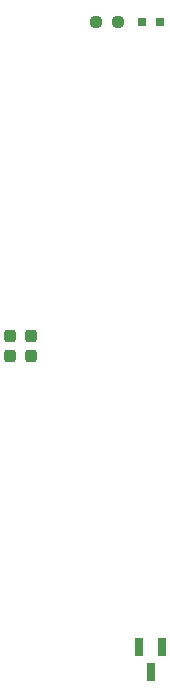
<source format=gbr>
G04 #@! TF.GenerationSoftware,KiCad,Pcbnew,7.0.11+dfsg-1build4*
G04 #@! TF.CreationDate,2024-11-02T00:46:08+09:00*
G04 #@! TF.ProjectId,bionic-z8800,62696f6e-6963-42d7-9a38-3830302e6b69,5*
G04 #@! TF.SameCoordinates,Original*
G04 #@! TF.FileFunction,Paste,Top*
G04 #@! TF.FilePolarity,Positive*
%FSLAX46Y46*%
G04 Gerber Fmt 4.6, Leading zero omitted, Abs format (unit mm)*
G04 Created by KiCad (PCBNEW 7.0.11+dfsg-1build4) date 2024-11-02 00:46:08*
%MOMM*%
%LPD*%
G01*
G04 APERTURE LIST*
G04 Aperture macros list*
%AMRoundRect*
0 Rectangle with rounded corners*
0 $1 Rounding radius*
0 $2 $3 $4 $5 $6 $7 $8 $9 X,Y pos of 4 corners*
0 Add a 4 corners polygon primitive as box body*
4,1,4,$2,$3,$4,$5,$6,$7,$8,$9,$2,$3,0*
0 Add four circle primitives for the rounded corners*
1,1,$1+$1,$2,$3*
1,1,$1+$1,$4,$5*
1,1,$1+$1,$6,$7*
1,1,$1+$1,$8,$9*
0 Add four rect primitives between the rounded corners*
20,1,$1+$1,$2,$3,$4,$5,0*
20,1,$1+$1,$4,$5,$6,$7,0*
20,1,$1+$1,$6,$7,$8,$9,0*
20,1,$1+$1,$8,$9,$2,$3,0*%
G04 Aperture macros list end*
%ADD10RoundRect,0.237500X0.237500X-0.300000X0.237500X0.300000X-0.237500X0.300000X-0.237500X-0.300000X0*%
%ADD11R,0.762000X0.711200*%
%ADD12R,0.660400X1.625600*%
%ADD13RoundRect,0.237500X0.250000X0.237500X-0.250000X0.237500X-0.250000X-0.237500X0.250000X-0.237500X0*%
G04 APERTURE END LIST*
D10*
X104810000Y-100326500D03*
X104810000Y-98601500D03*
D11*
X114195300Y-72032000D03*
X115744700Y-72032000D03*
D10*
X103032000Y-100326500D03*
X103032000Y-98601500D03*
D12*
X115920001Y-124891000D03*
X114019999Y-124891000D03*
X114970000Y-127023000D03*
D13*
X112176000Y-72032000D03*
X110351000Y-72032000D03*
M02*

</source>
